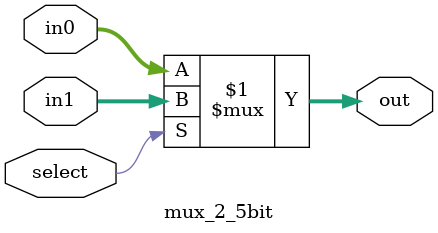
<source format=v>
module mux_2_5bit(out, select, in0, in1);
    input select;
    input [4:0] in0, in1;
    output [4:0] out;

    assign out = select ? in1 : in0;
endmodule

</source>
